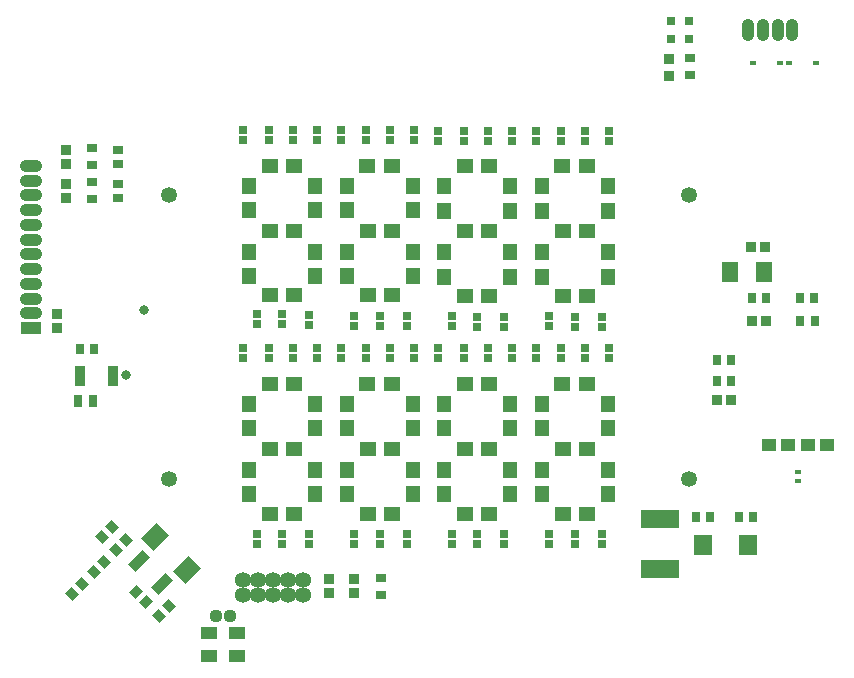
<source format=gts>
G04*
G04 #@! TF.GenerationSoftware,Altium Limited,Altium Designer,22.4.2 (48)*
G04*
G04 Layer_Color=8388736*
%FSLAX25Y25*%
%MOIN*%
G70*
G04*
G04 #@! TF.SameCoordinates,FFA694D2-1829-43A5-BD7A-47FC6BC8C01B*
G04*
G04*
G04 #@! TF.FilePolarity,Negative*
G04*
G01*
G75*
%ADD14R,0.03788X0.03596*%
%ADD15R,0.03543X0.02559*%
%ADD16R,0.03150X0.03150*%
%ADD17R,0.03174X0.03379*%
%ADD18R,0.06120X0.07111*%
%ADD19R,0.12598X0.05906*%
%ADD20R,0.05544X0.03963*%
%ADD21R,0.03379X0.03174*%
%ADD22R,0.03543X0.02953*%
%ADD24R,0.02953X0.03543*%
%ADD25R,0.03740X0.06693*%
%ADD26R,0.04560X0.04182*%
%ADD27R,0.01929X0.01772*%
%ADD28R,0.01968X0.01575*%
%ADD29R,0.05276X0.07087*%
G04:AMPARAMS|DCode=30|XSize=29.53mil|YSize=35.43mil|CornerRadius=0mil|HoleSize=0mil|Usage=FLASHONLY|Rotation=45.000|XOffset=0mil|YOffset=0mil|HoleType=Round|Shape=Rectangle|*
%AMROTATEDRECTD30*
4,1,4,0.00209,-0.02297,-0.02297,0.00209,-0.00209,0.02297,0.02297,-0.00209,0.00209,-0.02297,0.0*
%
%ADD30ROTATEDRECTD30*%

G04:AMPARAMS|DCode=31|XSize=29.53mil|YSize=35.43mil|CornerRadius=0mil|HoleSize=0mil|Usage=FLASHONLY|Rotation=135.000|XOffset=0mil|YOffset=0mil|HoleType=Round|Shape=Rectangle|*
%AMROTATEDRECTD31*
4,1,4,0.02297,0.00209,-0.00209,-0.02297,-0.02297,-0.00209,0.00209,0.02297,0.02297,0.00209,0.0*
%
%ADD31ROTATEDRECTD31*%

G04:AMPARAMS|DCode=32|XSize=37.4mil|YSize=66.93mil|CornerRadius=0mil|HoleSize=0mil|Usage=FLASHONLY|Rotation=135.000|XOffset=0mil|YOffset=0mil|HoleType=Round|Shape=Rectangle|*
%AMROTATEDRECTD32*
4,1,4,0.03689,0.01044,-0.01044,-0.03689,-0.03689,-0.01044,0.01044,0.03689,0.03689,0.01044,0.0*
%
%ADD32ROTATEDRECTD32*%

G04:AMPARAMS|DCode=33|XSize=61.2mil|YSize=71.11mil|CornerRadius=0mil|HoleSize=0mil|Usage=FLASHONLY|Rotation=135.000|XOffset=0mil|YOffset=0mil|HoleType=Round|Shape=Rectangle|*
%AMROTATEDRECTD33*
4,1,4,0.04678,0.00351,-0.00351,-0.04678,-0.04678,-0.00351,0.00351,0.04678,0.04678,0.00351,0.0*
%
%ADD33ROTATEDRECTD33*%

%ADD37R,0.03162X0.03950*%
%ADD38R,0.05524X0.04540*%
%ADD39R,0.04540X0.05524*%
%ADD40R,0.02965X0.03162*%
G04:AMPARAMS|DCode=41|XSize=39.5mil|YSize=70.99mil|CornerRadius=15.81mil|HoleSize=0mil|Usage=FLASHONLY|Rotation=0.000|XOffset=0mil|YOffset=0mil|HoleType=Round|Shape=RoundedRectangle|*
%AMROUNDEDRECTD41*
21,1,0.03950,0.03937,0,0,0.0*
21,1,0.00787,0.07099,0,0,0.0*
1,1,0.03162,0.00394,-0.01968*
1,1,0.03162,-0.00394,-0.01968*
1,1,0.03162,-0.00394,0.01968*
1,1,0.03162,0.00394,0.01968*
%
%ADD41ROUNDEDRECTD41*%
%ADD42C,0.05359*%
%ADD43C,0.05300*%
G04:AMPARAMS|DCode=44|XSize=39.5mil|YSize=70.99mil|CornerRadius=15.81mil|HoleSize=0mil|Usage=FLASHONLY|Rotation=90.000|XOffset=0mil|YOffset=0mil|HoleType=Round|Shape=RoundedRectangle|*
%AMROUNDEDRECTD44*
21,1,0.03950,0.03937,0,0,90.0*
21,1,0.00787,0.07099,0,0,90.0*
1,1,0.03162,0.01968,0.00394*
1,1,0.03162,0.01968,-0.00394*
1,1,0.03162,-0.01968,-0.00394*
1,1,0.03162,-0.01968,0.00394*
%
%ADD44ROUNDEDRECTD44*%
%ADD45R,0.07099X0.03950*%
%ADD46C,0.03200*%
%ADD47C,0.04400*%
D14*
X80100Y92774D02*
D03*
Y87226D02*
D03*
D15*
X87000Y87346D02*
D03*
Y93054D02*
D03*
X-112300Y45979D02*
D03*
Y51688D02*
D03*
Y62988D02*
D03*
Y57279D02*
D03*
X-16000Y-80146D02*
D03*
Y-85854D02*
D03*
D16*
X86700Y99447D02*
D03*
Y105353D02*
D03*
X80500Y99447D02*
D03*
Y105353D02*
D03*
D17*
X107334Y30100D02*
D03*
X112066D02*
D03*
X107633Y5400D02*
D03*
X112366D02*
D03*
X100767Y-21000D02*
D03*
X96034D02*
D03*
D18*
X106282Y-69200D02*
D03*
X91118D02*
D03*
D19*
X77000Y-60732D02*
D03*
Y-77268D02*
D03*
D20*
X-73500Y-106244D02*
D03*
Y-98756D02*
D03*
X-64100Y-106143D02*
D03*
Y-98656D02*
D03*
D21*
X-124100Y7666D02*
D03*
Y2933D02*
D03*
X-120900Y62500D02*
D03*
Y57767D02*
D03*
Y46367D02*
D03*
Y51100D02*
D03*
X-25000Y-80500D02*
D03*
Y-85233D02*
D03*
X-33500Y-85366D02*
D03*
Y-80633D02*
D03*
D22*
X-103700Y51162D02*
D03*
Y46438D02*
D03*
X-103800Y57771D02*
D03*
Y62496D02*
D03*
D24*
X-111676Y-4100D02*
D03*
X-116400D02*
D03*
X93662Y-60100D02*
D03*
X88938D02*
D03*
X103138Y-60000D02*
D03*
X107862D02*
D03*
X123738Y5500D02*
D03*
X128462D02*
D03*
X112262Y13200D02*
D03*
X107538D02*
D03*
X100700Y-14700D02*
D03*
X95976D02*
D03*
X100624Y-7700D02*
D03*
X95900D02*
D03*
X128400Y13100D02*
D03*
X123676D02*
D03*
D25*
X-105488Y-12800D02*
D03*
X-116512D02*
D03*
D26*
X119656Y-36000D02*
D03*
X126144D02*
D03*
X132656D02*
D03*
X113144D02*
D03*
D27*
X107912Y91300D02*
D03*
X116888D02*
D03*
X129088D02*
D03*
X120112D02*
D03*
D28*
X122800Y-48075D02*
D03*
Y-44925D02*
D03*
D29*
X111530Y21600D02*
D03*
X100270D02*
D03*
D30*
X-108941Y-66541D02*
D03*
X-105600Y-63200D02*
D03*
X-108330Y-75030D02*
D03*
X-111670Y-78370D02*
D03*
X-104270Y-71070D02*
D03*
X-100930Y-67730D02*
D03*
X-119000Y-85700D02*
D03*
X-115659Y-82359D02*
D03*
X-86730Y-89630D02*
D03*
X-90070Y-92970D02*
D03*
D31*
X-94530Y-88170D02*
D03*
X-97870Y-84830D02*
D03*
D32*
X-89003Y-82397D02*
D03*
X-96797Y-74603D02*
D03*
D33*
X-80639Y-77461D02*
D03*
X-91361Y-66738D02*
D03*
D37*
X-112041Y-21300D02*
D03*
X-117159D02*
D03*
D38*
X11929Y-15683D02*
D03*
X20000D02*
D03*
X11965Y-58927D02*
D03*
X20035D02*
D03*
X11965Y-37356D02*
D03*
X20035D02*
D03*
X44465Y-58927D02*
D03*
X52535D02*
D03*
X44465Y-37356D02*
D03*
X52535D02*
D03*
X44429Y-15683D02*
D03*
X52500D02*
D03*
X-53035Y-58927D02*
D03*
X-44965D02*
D03*
X-53071Y-15683D02*
D03*
X-45000D02*
D03*
X-53035Y-37356D02*
D03*
X-44965D02*
D03*
X-20535D02*
D03*
X-12465D02*
D03*
X-20535Y-58927D02*
D03*
X-12465D02*
D03*
X-20571Y-15683D02*
D03*
X-12500D02*
D03*
X-53035Y13929D02*
D03*
X-44965D02*
D03*
X-53071Y57173D02*
D03*
X-45000D02*
D03*
X-53035Y35500D02*
D03*
X-44965D02*
D03*
X44465Y35244D02*
D03*
X52535D02*
D03*
X20035D02*
D03*
X11965D02*
D03*
X20000Y56917D02*
D03*
X11929D02*
D03*
X44429D02*
D03*
X52500D02*
D03*
X-20571Y57138D02*
D03*
X-12500D02*
D03*
X44465Y13673D02*
D03*
X52535D02*
D03*
X20035D02*
D03*
X11965D02*
D03*
X-20535Y13894D02*
D03*
X-12465D02*
D03*
X-20535Y35465D02*
D03*
X-12465D02*
D03*
D39*
X5000Y-52427D02*
D03*
Y-44356D02*
D03*
Y-22321D02*
D03*
Y-30391D02*
D03*
X37500Y-52427D02*
D03*
Y-44356D02*
D03*
Y-22321D02*
D03*
Y-30391D02*
D03*
X59500Y-52427D02*
D03*
Y-44356D02*
D03*
Y-22356D02*
D03*
Y-30427D02*
D03*
X-60000Y-52427D02*
D03*
Y-44356D02*
D03*
Y-22321D02*
D03*
Y-30391D02*
D03*
X-27500Y-52427D02*
D03*
Y-44356D02*
D03*
Y-22321D02*
D03*
Y-30391D02*
D03*
X27000Y-22356D02*
D03*
Y-30427D02*
D03*
X-38000Y-22356D02*
D03*
Y-30427D02*
D03*
X-5500Y-22356D02*
D03*
Y-30427D02*
D03*
X-38000Y-52427D02*
D03*
Y-44356D02*
D03*
X-5500Y-52427D02*
D03*
Y-44356D02*
D03*
X27000Y-52427D02*
D03*
Y-44356D02*
D03*
X-60000Y50535D02*
D03*
Y42465D02*
D03*
Y20429D02*
D03*
Y28500D02*
D03*
X-38000Y20429D02*
D03*
Y28500D02*
D03*
Y50500D02*
D03*
Y42429D02*
D03*
X37500Y20173D02*
D03*
Y28244D02*
D03*
X27000D02*
D03*
Y20173D02*
D03*
X59500D02*
D03*
Y28244D02*
D03*
X37500Y50279D02*
D03*
Y42209D02*
D03*
X27000Y42173D02*
D03*
Y50244D02*
D03*
X59500D02*
D03*
Y42173D02*
D03*
X-27500Y50500D02*
D03*
Y42429D02*
D03*
X5000Y28244D02*
D03*
Y20173D02*
D03*
X-5500Y50465D02*
D03*
Y42394D02*
D03*
Y20394D02*
D03*
Y28465D02*
D03*
X5000Y42209D02*
D03*
Y50279D02*
D03*
X-27500Y20394D02*
D03*
Y28465D02*
D03*
D40*
X19500Y-3754D02*
D03*
Y-7100D02*
D03*
X3000Y-3754D02*
D03*
Y-7100D02*
D03*
X7500Y-69029D02*
D03*
Y-65683D02*
D03*
X16000Y-69100D02*
D03*
Y-65754D02*
D03*
X11500Y-3754D02*
D03*
Y-7100D02*
D03*
X-40000Y-69100D02*
D03*
Y-65754D02*
D03*
X-49000Y-69100D02*
D03*
Y-65754D02*
D03*
X-57500Y-69029D02*
D03*
Y-65683D02*
D03*
X-25000Y-69029D02*
D03*
Y-65683D02*
D03*
X25000Y-69100D02*
D03*
Y-65754D02*
D03*
X-7500Y-69100D02*
D03*
Y-65754D02*
D03*
X-16500Y-69100D02*
D03*
Y-65754D02*
D03*
X40000Y-69029D02*
D03*
Y-65683D02*
D03*
X57500Y-69100D02*
D03*
Y-65754D02*
D03*
X48500Y-69100D02*
D03*
Y-65754D02*
D03*
X60000Y-3754D02*
D03*
Y-7100D02*
D03*
X44000Y-3754D02*
D03*
Y-7100D02*
D03*
X52000Y-3754D02*
D03*
Y-7100D02*
D03*
X-62000Y-3754D02*
D03*
Y-7100D02*
D03*
X-53500Y-3754D02*
D03*
Y-7100D02*
D03*
X-45500Y-3754D02*
D03*
Y-7100D02*
D03*
X-13000Y-3754D02*
D03*
Y-7100D02*
D03*
X-21000Y-3754D02*
D03*
Y-7100D02*
D03*
X-29500Y-3754D02*
D03*
Y-7100D02*
D03*
X27500Y-3754D02*
D03*
Y-7100D02*
D03*
X-37500Y-3754D02*
D03*
Y-7100D02*
D03*
X-5000Y-3754D02*
D03*
Y-7100D02*
D03*
X35500Y-3754D02*
D03*
Y-7100D02*
D03*
X-57500Y4227D02*
D03*
Y7573D02*
D03*
X-53500Y69102D02*
D03*
Y65756D02*
D03*
X-45500Y69102D02*
D03*
Y65756D02*
D03*
X-40000Y4127D02*
D03*
Y7473D02*
D03*
X-62000Y69102D02*
D03*
Y65756D02*
D03*
X-37500Y69102D02*
D03*
Y65756D02*
D03*
X-49000Y7573D02*
D03*
Y4227D02*
D03*
X60000Y68846D02*
D03*
Y65500D02*
D03*
X52000Y68846D02*
D03*
Y65500D02*
D03*
X44000Y68846D02*
D03*
Y65500D02*
D03*
X48500Y3500D02*
D03*
Y6847D02*
D03*
X35500Y68846D02*
D03*
Y65500D02*
D03*
X11500D02*
D03*
Y68846D02*
D03*
X3000Y65500D02*
D03*
Y68846D02*
D03*
X-5000Y69067D02*
D03*
Y65720D02*
D03*
X27500Y65500D02*
D03*
Y68846D02*
D03*
X19500Y65500D02*
D03*
Y68846D02*
D03*
X-13000Y69067D02*
D03*
Y65720D02*
D03*
X-29500Y69067D02*
D03*
Y65720D02*
D03*
X-21000Y69067D02*
D03*
Y65720D02*
D03*
X57500Y3500D02*
D03*
Y6847D02*
D03*
X16000D02*
D03*
Y3500D02*
D03*
X25000Y6847D02*
D03*
Y3500D02*
D03*
X40000Y3571D02*
D03*
Y6917D02*
D03*
X-16500Y3720D02*
D03*
Y7067D02*
D03*
X-7500Y3720D02*
D03*
Y7067D02*
D03*
X-25000Y3791D02*
D03*
Y7138D02*
D03*
X7500Y6917D02*
D03*
Y3571D02*
D03*
D41*
X116121Y102500D02*
D03*
X121043D02*
D03*
X111200D02*
D03*
X106279D02*
D03*
D42*
X-62000Y-81000D02*
D03*
X-57000D02*
D03*
X-52000D02*
D03*
X-47000D02*
D03*
X-42000D02*
D03*
X-62000Y-86000D02*
D03*
X-57000D02*
D03*
X-52000D02*
D03*
X-47000D02*
D03*
X-42000D02*
D03*
D43*
X86614Y-47244D02*
D03*
X-86614D02*
D03*
Y47244D02*
D03*
X86614D02*
D03*
D44*
X-132700Y57106D02*
D03*
Y52185D02*
D03*
Y47264D02*
D03*
Y42342D02*
D03*
Y37421D02*
D03*
Y32500D02*
D03*
Y27579D02*
D03*
Y22658D02*
D03*
Y17736D02*
D03*
Y12815D02*
D03*
Y7894D02*
D03*
D45*
Y2972D02*
D03*
D46*
X-94960Y8961D02*
D03*
X-101200Y-12489D02*
D03*
D47*
X-71200Y-93100D02*
D03*
X-66400D02*
D03*
M02*

</source>
